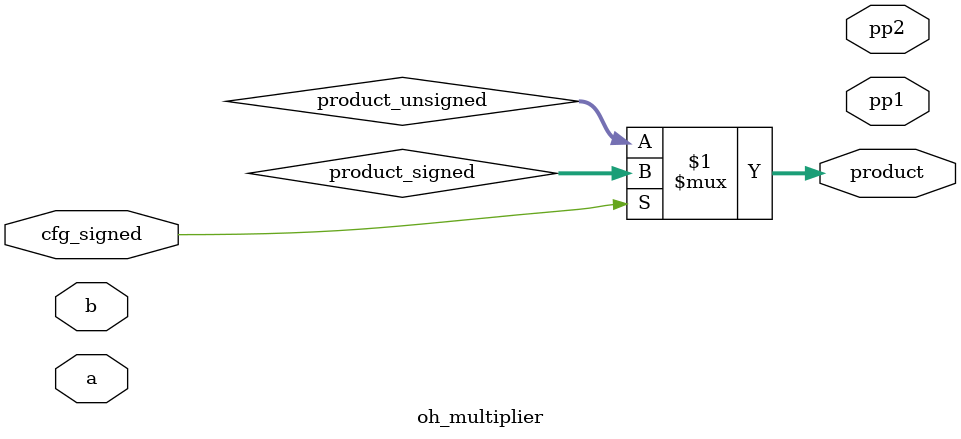
<source format=v>

module oh_multiplier #(parameter DW  = 16  //multiplier width
		       ) 
(
 input [DW-1:0]        a, // a input
 input [DW-1:0]        b, // b input
 input 		       cfg_signed,//1=signed operands, 0=unsigned
 output [(2*DW+2)-1:0] pp1,// partial product output (carry save format)
 output [(2*DW+2)-1:0] pp2, // partial product output (carry save format)
 output [DW-1:0]       product // output
 );

   wire signed [DW-1:0] product_signed;
   wire signed [DW-1:0] product_unsigned;
   
   assign product[DW-1:0] = cfg_signed ? $unsigned(product_signed) :
			                 product_unsigned;
   
 
endmodule // oh_multiplier


</source>
